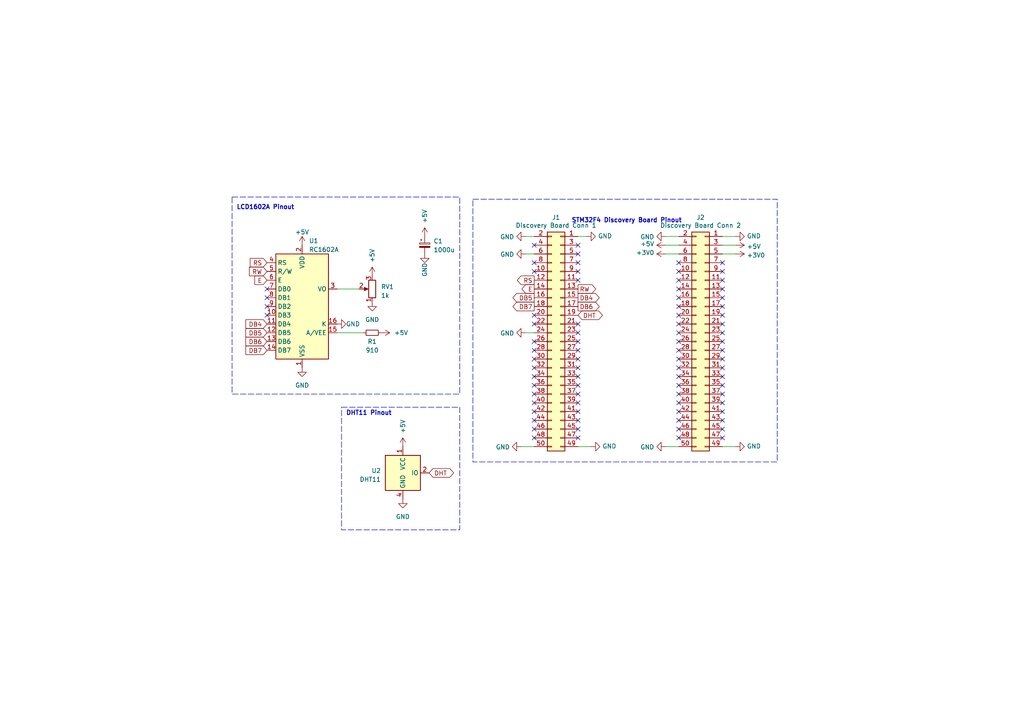
<source format=kicad_sch>
(kicad_sch (version 20230121) (generator eeschema)
  (paper "A4")
  (title_block (title "STM32F4 Temperature & Humidity Sensor Shield") (date "2023-05-30") (rev "1.0") (company "University of Denver") (comment 1 "Toby Werthan"))
  (lib_symbols
    (symbol "Connector_Generic:Conn_02x25_Odd_Even" (pin_names (offset 1.016) hide)
      (property "Reference" "J" (at 1.27 33.02 0))
      (property "Value" "Conn_02x25_Odd_Even" (at 1.27 -33.02 0))
      (symbol "Conn_02x25_Odd_Even_1_1"
        (rectangle (start -1.27 -30.353) (end 0 -30.607) (stroke (width 0.1524)))
        (rectangle (start -1.27 -27.813) (end 0 -28.067) (stroke (width 0.1524)))
        (rectangle (start -1.27 -25.273) (end 0 -25.527) (stroke (width 0.1524)))
        (rectangle (start -1.27 -22.733) (end 0 -22.987) (stroke (width 0.1524)))
        (rectangle (start -1.27 -20.193) (end 0 -20.447) (stroke (width 0.1524)))
        (rectangle (start -1.27 -17.653) (end 0 -17.907) (stroke (width 0.1524)))
        (rectangle (start -1.27 -15.113) (end 0 -15.367) (stroke (width 0.1524)))
        (rectangle (start -1.27 -12.573) (end 0 -12.827) (stroke (width 0.1524)))
        (rectangle (start -1.27 -10.033) (end 0 -10.287) (stroke (width 0.1524)))
        (rectangle (start -1.27 -7.493) (end 0 -7.747) (stroke (width 0.1524)))
        (rectangle (start -1.27 -4.953) (end 0 -5.207) (stroke (width 0.1524)))
        (rectangle (start -1.27 -2.413) (end 0 -2.667) (stroke (width 0.1524)))
        (rectangle (start -1.27 0.127) (end 0 -0.127) (stroke (width 0.1524)))
        (rectangle (start -1.27 2.667) (end 0 2.413) (stroke (width 0.1524)))
        (rectangle (start -1.27 5.207) (end 0 4.953) (stroke (width 0.1524)))
        (rectangle (start -1.27 7.747) (end 0 7.493) (stroke (width 0.1524)))
        (rectangle (start -1.27 10.287) (end 0 10.033) (stroke (width 0.1524)))
        (rectangle (start -1.27 12.827) (end 0 12.573) (stroke (width 0.1524)))
        (rectangle (start -1.27 15.367) (end 0 15.113) (stroke (width 0.1524)))
        (rectangle (start -1.27 17.907) (end 0 17.653) (stroke (width 0.1524)))
        (rectangle (start -1.27 20.447) (end 0 20.193) (stroke (width 0.1524)))
        (rectangle (start -1.27 22.987) (end 0 22.733) (stroke (width 0.1524)))
        (rectangle (start -1.27 25.527) (end 0 25.273) (stroke (width 0.1524)))
        (rectangle (start -1.27 28.067) (end 0 27.813) (stroke (width 0.1524)))
        (rectangle (start -1.27 30.607) (end 0 30.353) (stroke (width 0.1524)))
        (rectangle (start -1.27 31.75) (end 3.81 -31.75) (stroke (width 0.254)) (fill (type background)))
        (rectangle (start 3.81 -30.353) (end 2.54 -30.607) (stroke (width 0.1524)))
        (rectangle (start 3.81 -27.813) (end 2.54 -28.067) (stroke (width 0.1524)))
        (rectangle (start 3.81 -25.273) (end 2.54 -25.527) (stroke (width 0.1524)))
        (rectangle (start 3.81 -22.733) (end 2.54 -22.987) (stroke (width 0.1524)))
        (rectangle (start 3.81 -20.193) (end 2.54 -20.447) (stroke (width 0.1524)))
        (rectangle (start 3.81 -17.653) (end 2.54 -17.907) (stroke (width 0.1524)))
        (rectangle (start 3.81 -15.113) (end 2.54 -15.367) (stroke (width 0.1524)))
        (rectangle (start 3.81 -12.573) (end 2.54 -12.827) (stroke (width 0.1524)))
        (rectangle (start 3.81 -10.033) (end 2.54 -10.287) (stroke (width 0.1524)))
        (rectangle (start 3.81 -7.493) (end 2.54 -7.747) (stroke (width 0.1524)))
        (rectangle (start 3.81 -4.953) (end 2.54 -5.207) (stroke (width 0.1524)))
        (rectangle (start 3.81 -2.413) (end 2.54 -2.667) (stroke (width 0.1524)))
        (rectangle (start 3.81 0.127) (end 2.54 -0.127) (stroke (width 0.1524)))
        (rectangle (start 3.81 2.667) (end 2.54 2.413) (stroke (width 0.1524)))
        (rectangle (start 3.81 5.207) (end 2.54 4.953) (stroke (width 0.1524)))
        (rectangle (start 3.81 7.747) (end 2.54 7.493) (stroke (width 0.1524)))
        (rectangle (start 3.81 10.287) (end 2.54 10.033) (stroke (width 0.1524)))
        (rectangle (start 3.81 12.827) (end 2.54 12.573) (stroke (width 0.1524)))
        (rectangle (start 3.81 15.367) (end 2.54 15.113) (stroke (width 0.1524)))
        (rectangle (start 3.81 17.907) (end 2.54 17.653) (stroke (width 0.1524)))
        (rectangle (start 3.81 20.447) (end 2.54 20.193) (stroke (width 0.1524)))
        (rectangle (start 3.81 22.987) (end 2.54 22.733) (stroke (width 0.1524)))
        (rectangle (start 3.81 25.527) (end 2.54 25.273) (stroke (width 0.1524)))
        (rectangle (start 3.81 28.067) (end 2.54 27.813) (stroke (width 0.1524)))
        (rectangle (start 3.81 30.607) (end 2.54 30.353) (stroke (width 0.1524)))
        (pin passive line (at -5.08 30.48 0) (length 3.81) (name "Pin_1") (number "1"))
        (pin passive line (at 7.62 20.32 180) (length 3.81) (name "Pin_10") (number "10"))
        (pin passive line (at -5.08 17.78 0) (length 3.81) (name "Pin_11") (number "11"))
        (pin passive line (at 7.62 17.78 180) (length 3.81) (name "Pin_12") (number "12"))
        (pin passive line (at -5.08 15.24 0) (length 3.81) (name "Pin_13") (number "13"))
        (pin passive line (at 7.62 15.24 180) (length 3.81) (name "Pin_14") (number "14"))
        (pin passive line (at -5.08 12.7 0) (length 3.81) (name "Pin_15") (number "15"))
        (pin passive line (at 7.62 12.7 180) (length 3.81) (name "Pin_16") (number "16"))
        (pin passive line (at -5.08 10.16 0) (length 3.81) (name "Pin_17") (number "17"))
        (pin passive line (at 7.62 10.16 180) (length 3.81) (name "Pin_18") (number "18"))
        (pin passive line (at -5.08 7.62 0) (length 3.81) (name "Pin_19") (number "19"))
        (pin passive line (at 7.62 30.48 180) (length 3.81) (name "Pin_2") (number "2"))
        (pin passive line (at 7.62 7.62 180) (length 3.81) (name "Pin_20") (number "20"))
        (pin passive line (at -5.08 5.08 0) (length 3.81) (name "Pin_21") (number "21"))
        (pin passive line (at 7.62 5.08 180) (length 3.81) (name "Pin_22") (number "22"))
        (pin passive line (at -5.08 2.54 0) (length 3.81) (name "Pin_23") (number "23"))
        (pin passive line (at 7.62 2.54 180) (length 3.81) (name "Pin_24") (number "24"))
        (pin passive line (at -5.08 0 0) (length 3.81) (name "Pin_25") (number "25"))
        (pin passive line (at 7.62 0 180) (length 3.81) (name "Pin_26") (number "26"))
        (pin passive line (at -5.08 -2.54 0) (length 3.81) (name "Pin_27") (number "27"))
        (pin passive line (at 7.62 -2.54 180) (length 3.81) (name "Pin_28") (number "28"))
        (pin passive line (at -5.08 -5.08 0) (length 3.81) (name "Pin_29") (number "29"))
        (pin passive line (at -5.08 27.94 0) (length 3.81) (name "Pin_3") (number "3"))
        (pin passive line (at 7.62 -5.08 180) (length 3.81) (name "Pin_30") (number "30"))
        (pin passive line (at -5.08 -7.62 0) (length 3.81) (name "Pin_31") (number "31"))
        (pin passive line (at 7.62 -7.62 180) (length 3.81) (name "Pin_32") (number "32"))
        (pin passive line (at -5.08 -10.16 0) (length 3.81) (name "Pin_33") (number "33"))
        (pin passive line (at 7.62 -10.16 180) (length 3.81) (name "Pin_34") (number "34"))
        (pin passive line (at -5.08 -12.7 0) (length 3.81) (name "Pin_35") (number "35"))
        (pin passive line (at 7.62 -12.7 180) (length 3.81) (name "Pin_36") (number "36"))
        (pin passive line (at -5.08 -15.24 0) (length 3.81) (name "Pin_37") (number "37"))
        (pin passive line (at 7.62 -15.24 180) (length 3.81) (name "Pin_38") (number "38"))
        (pin passive line (at -5.08 -17.78 0) (length 3.81) (name "Pin_39") (number "39"))
        (pin passive line (at 7.62 27.94 180) (length 3.81) (name "Pin_4") (number "4"))
        (pin passive line (at 7.62 -17.78 180) (length 3.81) (name "Pin_40") (number "40"))
        (pin passive line (at -5.08 -20.32 0) (length 3.81) (name "Pin_41") (number "41"))
        (pin passive line (at 7.62 -20.32 180) (length 3.81) (name "Pin_42") (number "42"))
        (pin passive line (at -5.08 -22.86 0) (length 3.81) (name "Pin_43") (number "43"))
        (pin passive line (at 7.62 -22.86 180) (length 3.81) (name "Pin_44") (number "44"))
        (pin passive line (at -5.08 -25.4 0) (length 3.81) (name "Pin_45") (number "45"))
        (pin passive line (at 7.62 -25.4 180) (length 3.81) (name "Pin_46") (number "46"))
        (pin passive line (at -5.08 -27.94 0) (length 3.81) (name "Pin_47") (number "47"))
        (pin passive line (at 7.62 -27.94 180) (length 3.81) (name "Pin_48") (number "48"))
        (pin passive line (at -5.08 -30.48 0) (length 3.81) (name "Pin_49") (number "49"))
        (pin passive line (at -5.08 25.4 0) (length 3.81) (name "Pin_5") (number "5"))
        (pin passive line (at 7.62 -30.48 180) (length 3.81) (name "Pin_50") (number "50"))
        (pin passive line (at 7.62 25.4 180) (length 3.81) (name "Pin_6") (number "6"))
        (pin passive line (at -5.08 22.86 0) (length 3.81) (name "Pin_7") (number "7"))
        (pin passive line (at 7.62 22.86 180) (length 3.81) (name "Pin_8") (number "8"))
        (pin passive line (at -5.08 20.32 0) (length 3.81) (name "Pin_9") (number "9"))
      )
    )
    (symbol "Device:C_Polarized_Small" (pin_numbers hide) (pin_names (offset 0.254) hide)
      (property "Reference" "C" (at 0.254 1.778 0))
      (property "Value" "C_Polarized_Small" (at 0.254 -2.032 0))
      (symbol "C_Polarized_Small_0_1"
        (rectangle (start -1.524 -0.3048) (end 1.524 -0.6858) (fill (type outline)))
        (rectangle (start -1.524 0.6858) (end 1.524 0.3048))
        (polyline (pts (xy -1.27 1.524) (xy -0.762 1.524)))
        (polyline (pts (xy -1.016 1.27) (xy -1.016 1.778)))
      )
      (symbol "C_Polarized_Small_1_1"
        (pin passive line (at 0 2.54 270) (length 1.8542) (name "~") (number "1"))
        (pin passive line (at 0 -2.54 90) (length 1.8542) (name "~") (number "2"))
      )
    )
    (symbol "Device:R_Potentiometer" (pin_names (offset 1.016) hide)
      (property "Reference" "RV" (at -4.445 0 90))
      (property "Value" "R_Potentiometer" (at -2.54 0 90))
      (symbol "R_Potentiometer_0_1"
        (polyline (pts (xy 2.54 0) (xy 1.524 0)))
        (polyline (pts (xy 1.143 0) (xy 2.286 0.508) (xy 2.286 -0.508) (xy 1.143 0)) (fill (type outline)))
        (rectangle (start 1.016 2.54) (end -1.016 -2.54) (stroke (width 0.254)))
      )
      (symbol "R_Potentiometer_1_1"
        (pin passive line (at 0 3.81 270) (length 1.27) (name "1") (number "1"))
        (pin passive line (at 3.81 0 180) (length 1.27) (name "2") (number "2"))
        (pin passive line (at 0 -3.81 90) (length 1.27) (name "3") (number "3"))
      )
    )
    (symbol "Device:R_Small" (pin_numbers hide) (pin_names (offset 0.254) hide)
      (property "Reference" "R" (at 0.762 0.508 0))
      (property "Value" "R_Small" (at 0.762 -1.016 0))
      (symbol "R_Small_0_1"
        (rectangle (start -0.762 1.778) (end 0.762 -1.778) (stroke (width 0.2032)))
      )
      (symbol "R_Small_1_1"
        (pin passive line (at 0 2.54 270) (length 0.762) (name "~") (number "1"))
        (pin passive line (at 0 -2.54 90) (length 0.762) (name "~") (number "2"))
      )
    )
    (symbol "Display_Character:RC1602A"
      (property "Reference" "U" (at -6.35 16.51 0))
      (property "Value" "RC1602A" (at 2.794 16.51 0))
      (symbol "RC1602A_0_1"
        (rectangle (start -7.62 15.24) (end 7.62 -15.24) (stroke (width 0.254)) (fill (type background)))
      )
      (symbol "RC1602A_1_1"
        (pin power_in line (at 0 -17.78 90) (length 2.54) (name "VSS") (number "1"))
        (pin bidirectional line (at -10.16 -2.54 0) (length 2.54) (name "DB3") (number "10"))
        (pin bidirectional line (at -10.16 -5.08 0) (length 2.54) (name "DB4") (number "11"))
        (pin bidirectional line (at -10.16 -7.62 0) (length 2.54) (name "DB5") (number "12"))
        (pin bidirectional line (at -10.16 -10.16 0) (length 2.54) (name "DB6") (number "13"))
        (pin bidirectional line (at -10.16 -12.7 0) (length 2.54) (name "DB7") (number "14"))
        (pin power_in line (at 10.16 -7.62 180) (length 2.54) (name "A/VEE") (number "15"))
        (pin power_in line (at 10.16 -5.08 180) (length 2.54) (name "K") (number "16"))
        (pin power_in line (at 0 17.78 270) (length 2.54) (name "VDD") (number "2"))
        (pin power_in line (at 10.16 5.08 180) (length 2.54) (name "VO") (number "3"))
        (pin input line (at -10.16 12.7 0) (length 2.54) (name "RS") (number "4"))
        (pin input line (at -10.16 10.16 0) (length 2.54) (name "R/W") (number "5"))
        (pin input line (at -10.16 7.62 0) (length 2.54) (name "E") (number "6"))
        (pin bidirectional line (at -10.16 5.08 0) (length 2.54) (name "DB0") (number "7"))
        (pin bidirectional line (at -10.16 2.54 0) (length 2.54) (name "DB1") (number "8"))
        (pin bidirectional line (at -10.16 0 0) (length 2.54) (name "DB2") (number "9"))
      )
    )
    (symbol "Sensor:DHT11"
      (property "Reference" "U" (at -3.81 6.35 0))
      (property "Value" "DHT11" (at 3.81 6.35 0))
      (symbol "DHT11_0_1"
        (rectangle (start -5.08 5.08) (end 5.08 -5.08) (stroke (width 0.254)) (fill (type background)))
      )
      (symbol "DHT11_1_1"
        (pin power_in line (at 0 7.62 270) (length 2.54) (name "VCC") (number "1"))
        (pin bidirectional line (at 7.62 0 180) (length 2.54) (name "IO") (number "2"))
        (pin no_connect line (at -5.08 0 0) (length 2.54) hide (name "NC") (number "3"))
        (pin power_in line (at 0 -7.62 90) (length 2.54) (name "GND") (number "4"))
      )
    )
    (symbol "power:+3V0" (power) (pin_names (offset 0))
      (property "Value" "+3V0" (at 0 3.556 0))
      (symbol "+3V0_0_1"
        (polyline (pts (xy -0.762 1.27) (xy 0 2.54)))
        (polyline (pts (xy 0 0) (xy 0 2.54)))
        (polyline (pts (xy 0 2.54) (xy 0.762 1.27)))
      )
      (symbol "+3V0_1_1"
        (pin power_in line (at 0 0 90) (length 0) hide (name "+3V0") (number "1"))
      )
    )
    (symbol "power:+5V" (power) (pin_names (offset 0))
      (property "Value" "+5V" (at 0 3.556 0))
      (symbol "+5V_0_1"
        (polyline (pts (xy -0.762 1.27) (xy 0 2.54)))
        (polyline (pts (xy 0 0) (xy 0 2.54)))
        (polyline (pts (xy 0 2.54) (xy 0.762 1.27)))
      )
      (symbol "+5V_1_1"
        (pin power_in line (at 0 0 90) (length 0) hide (name "+5V") (number "1"))
      )
    )
    (symbol "power:GND" (power) (pin_names (offset 0))
      (property "Value" "GND" (at 0 -3.81 0))
      (symbol "GND_0_1"
        (polyline (pts (xy 0 0) (xy 0 -1.27) (xy 1.27 -1.27) (xy 0 -2.54) (xy -1.27 -1.27) (xy 0 -1.27)))
      )
      (symbol "GND_1_1"
        (pin power_in line (at 0 0 270) (length 0) hide (name "GND") (number "1"))
      )
    )
  )
  (no_connect (at 167.64 99.06))
  (no_connect (at 77.47 86.36))
  (no_connect (at 209.55 114.3))
  (no_connect (at 154.94 111.76))
  (no_connect (at 167.64 71.12))
  (no_connect (at 77.47 88.9))
  (no_connect (at 196.85 76.2))
  (no_connect (at 154.94 93.98))
  (no_connect (at 154.94 78.74))
  (no_connect (at 196.85 119.38))
  (no_connect (at 154.94 121.92))
  (no_connect (at 154.94 71.12))
  (no_connect (at 209.55 78.74))
  (no_connect (at 167.64 109.22))
  (no_connect (at 209.55 121.92))
  (no_connect (at 209.55 81.28))
  (no_connect (at 196.85 88.9))
  (no_connect (at 154.94 101.6))
  (no_connect (at 196.85 93.98))
  (no_connect (at 209.55 91.44))
  (no_connect (at 167.64 119.38))
  (no_connect (at 154.94 104.14))
  (no_connect (at 209.55 119.38))
  (no_connect (at 154.94 99.06))
  (no_connect (at 167.64 93.98))
  (no_connect (at 77.47 91.44))
  (no_connect (at 154.94 127))
  (no_connect (at 167.64 121.92))
  (no_connect (at 209.55 109.22))
  (no_connect (at 196.85 114.3))
  (no_connect (at 209.55 99.06))
  (no_connect (at 167.64 114.3))
  (no_connect (at 209.55 83.82))
  (no_connect (at 167.64 124.46))
  (no_connect (at 196.85 91.44))
  (no_connect (at 196.85 109.22))
  (no_connect (at 196.85 81.28))
  (no_connect (at 196.85 104.14))
  (no_connect (at 167.64 73.66))
  (no_connect (at 196.85 86.36))
  (no_connect (at 209.55 104.14))
  (no_connect (at 196.85 124.46))
  (no_connect (at 196.85 78.74))
  (no_connect (at 167.64 101.6))
  (no_connect (at 154.94 109.22))
  (no_connect (at 209.55 96.52))
  (no_connect (at 167.64 127))
  (no_connect (at 167.64 78.74))
  (no_connect (at 196.85 99.06))
  (no_connect (at 196.85 111.76))
  (no_connect (at 209.55 127))
  (no_connect (at 167.64 96.52))
  (no_connect (at 209.55 116.84))
  (no_connect (at 154.94 76.2))
  (no_connect (at 196.85 121.92))
  (no_connect (at 77.47 83.82))
  (no_connect (at 196.85 101.6))
  (no_connect (at 209.55 86.36))
  (no_connect (at 209.55 88.9))
  (no_connect (at 209.55 106.68))
  (no_connect (at 154.94 116.84))
  (no_connect (at 209.55 111.76))
  (no_connect (at 154.94 91.44))
  (no_connect (at 154.94 114.3))
  (no_connect (at 167.64 111.76))
  (no_connect (at 154.94 106.68))
  (no_connect (at 209.55 124.46))
  (no_connect (at 196.85 127))
  (no_connect (at 209.55 76.2))
  (no_connect (at 196.85 83.82))
  (no_connect (at 196.85 116.84))
  (no_connect (at 196.85 106.68))
  (no_connect (at 167.64 106.68))
  (no_connect (at 209.55 93.98))
  (no_connect (at 154.94 124.46))
  (no_connect (at 154.94 119.38))
  (no_connect (at 167.64 116.84))
  (no_connect (at 167.64 104.14))
  (no_connect (at 167.64 76.2))
  (no_connect (at 209.55 101.6))
  (no_connect (at 167.64 81.28))
  (no_connect (at 196.85 96.52))
  (wire (pts (xy 97.79 96.52) (xy 105.41 96.52)))
  (wire (pts (xy 152.4 73.66) (xy 154.94 73.66)))
  (wire (pts (xy 152.4 68.58) (xy 154.94 68.58)))
  (wire (pts (xy 209.55 68.58) (xy 213.36 68.58)))
  (wire (pts (xy 209.55 129.54) (xy 213.36 129.54)))
  (wire (pts (xy 171.45 129.54) (xy 167.64 129.54)))
  (wire (pts (xy 97.79 83.82) (xy 104.14 83.82)))
  (wire (pts (xy 209.55 73.66) (xy 213.36 73.66)))
  (wire (pts (xy 170.18 68.58) (xy 167.64 68.58)))
  (wire (pts (xy 193.04 71.12) (xy 196.85 71.12)))
  (wire (pts (xy 193.04 129.54) (xy 196.85 129.54)))
  (wire (pts (xy 152.4 96.52) (xy 154.94 96.52)))
  (wire (pts (xy 209.55 71.12) (xy 213.36 71.12)))
  (wire (pts (xy 193.04 73.66) (xy 196.85 73.66)))
  (wire (pts (xy 151.13 129.54) (xy 154.94 129.54)))
  (wire (pts (xy 193.04 68.58) (xy 196.85 68.58)))
  (rectangle (start 67.31 57.15) (end 133.35 114.3) (stroke (width 0) (type dash)))
  (rectangle (start 99.06 118.11) (end 133.35 153.67) (stroke (width 0) (type dash)))
  (rectangle (start 137.16 57.785) (end 225.425 133.985) (stroke (width 0) (type dash)))
  (text "STM32F4 Discovery Board Pinout" (at 165.735 64.77 0) (effects (font (size 1.27 1.27) (thickness 0.254) bold) (justify left bottom)))
  (text "DHT11 Pinout\n" (at 100.33 120.65 0) (effects (font (size 1.27 1.27) (thickness 0.254) bold) (justify left bottom)))
  (text "LCD1602A Pinout\n" (at 68.58 60.96 0) (effects (font (size 1.27 1.27) (thickness 0.254) bold) (justify left bottom)))
  (global_label "DB5" (shape input) (at 77.47 96.52 180) (property "Intersheetrefs" "${INTERSHEET_REFS}" (effects hide)))
  (global_label "E" (shape output) (at 154.94 83.82 180) (property "Intersheetrefs" "${INTERSHEET_REFS}" (effects hide)))
  (global_label "RW" (shape output) (at 167.64 83.82 0) (property "Intersheetrefs" "${INTERSHEET_REFS}" (effects hide)))
  (global_label "E" (shape input) (at 77.47 81.28 180) (property "Intersheetrefs" "${INTERSHEET_REFS}" (effects hide)))
  (global_label "RW" (shape input) (at 77.47 78.74 180) (property "Intersheetrefs" "${INTERSHEET_REFS}" (effects hide)))
  (global_label "DB6" (shape input) (at 77.47 99.06 180) (property "Intersheetrefs" "${INTERSHEET_REFS}" (effects hide)))
  (global_label "DB7" (shape input) (at 77.47 101.6 180) (property "Intersheetrefs" "${INTERSHEET_REFS}" (effects hide)))
  (global_label "RS" (shape output) (at 154.94 81.28 180) (property "Intersheetrefs" "${INTERSHEET_REFS}" (effects hide)))
  (global_label "DB4" (shape input) (at 77.47 93.98 180) (property "Intersheetrefs" "${INTERSHEET_REFS}" (effects hide)))
  (global_label "DB4" (shape output) (at 167.64 86.36 0) (property "Intersheetrefs" "${INTERSHEET_REFS}" (effects hide)))
  (global_label "DHT" (shape bidirectional) (at 167.64 91.44 0) (property "Intersheetrefs" "${INTERSHEET_REFS}" (effects hide)))
  (global_label "RS" (shape input) (at 77.47 76.2 180) (property "Intersheetrefs" "${INTERSHEET_REFS}" (effects hide)))
  (global_label "DB6" (shape output) (at 167.64 88.9 0) (property "Intersheetrefs" "${INTERSHEET_REFS}" (effects hide)))
  (global_label "DHT" (shape bidirectional) (at 124.46 137.16 0) (property "Intersheetrefs" "${INTERSHEET_REFS}" (effects hide)))
  (global_label "DB7" (shape output) (at 154.94 88.9 180) (property "Intersheetrefs" "${INTERSHEET_REFS}" (effects hide)))
  (global_label "DB5" (shape output) (at 154.94 86.36 180) (property "Intersheetrefs" "${INTERSHEET_REFS}" (effects hide)))
  (symbol (lib_id "Sensor:DHT11") (at 116.84 137.16 0) (unit 1)
    (property "Reference" "U2" (at 110.49 136.525 0) (effects (justify right)))
    (property "Value" "DHT11" (at 110.49 139.065 0) (effects (justify right)))
    (property "Footprint" "Connector_PinSocket_2.54mm:PinSocket_1x03_P2.54mm_Vertical_SMD_Pin1Right" (effects hide))
    (property "Datasheet" "http://akizukidenshi.com/download/ds/aosong/DHT11.pdf" (effects hide))
  )
  (symbol (lib_id "power:GND") (at 123.19 73.66 0) (unit 1)
    (property "Reference" "#PWR024" (effects hide))
    (property "Value" "GND" (at 123.19 76.2 90) (effects (justify right)))
  )
  (symbol (lib_id "power:+5V") (at 213.36 71.12 270) (unit 1)
    (property "Reference" "#PWR011" (effects hide))
    (property "Value" "+5V" (at 216.6112 71.501 90) (effects (justify left)))
  )
  (symbol (lib_id "Display_Character:RC1602A") (at 87.63 88.9 0) (unit 1)
    (property "Reference" "U1" (at 89.5859 69.85 0) (effects (justify left)))
    (property "Value" "RC1602A" (at 89.5859 72.39 0) (effects (justify left)))
    (property "Footprint" "Connector_PinSocket_2.54mm:PinSocket_1x16_P2.54mm_Vertical_SMD_Pin1Right" (effects hide))
    (property "Datasheet" "http://www.raystar-optronics.com/down.php?ProID=18" (effects hide))
  )
  (symbol (lib_id "power:GND") (at 152.4 96.52 270) (unit 1)
    (property "Reference" "#PWR021" (effects hide))
    (property "Value" "GND" (at 149.1488 96.647 90) (effects (justify right)))
  )
  (symbol (lib_id "power:GND") (at 97.79 93.98 90) (unit 1)
    (property "Reference" "#PWR017" (effects hide))
    (property "Value" "GND" (at 100.33 93.98 90) (effects (justify right)))
  )
  (symbol (lib_id "power:+5V") (at 123.19 68.58 0) (unit 1)
    (property "Reference" "#PWR023" (effects hide))
    (property "Value" "+5V" (at 123.19 64.77 90) (effects (justify left)))
  )
  (symbol (lib_id "power:+5V") (at 116.84 129.54 0) (unit 1)
    (property "Reference" "#PWR020" (effects hide))
    (property "Value" "+5V" (at 116.84 125.73 90) (effects (justify left)))
  )
  (symbol (lib_id "power:+5V") (at 107.95 80.01 0) (unit 1)
    (property "Reference" "#PWR018" (effects hide))
    (property "Value" "+5V" (at 107.95 76.2 90) (effects (justify left)))
  )
  (symbol (lib_id "Connector_Generic:Conn_02x25_Odd_Even") (at 162.56 99.06 0) (mirror y) (unit 1)
    (property "Reference" "J1" (at 161.29 63.0682 0))
    (property "Value" "Discovery Board Conn 1" (at 161.29 65.3796 0))
    (property "Footprint" "Connector_PinSocket_2.54mm:PinSocket_2x25_P2.54mm_Vertical" (effects hide))
  )
  (symbol (lib_id "power:+5V") (at 87.63 71.12 0) (unit 1)
    (property "Reference" "#PWR014" (effects hide))
    (property "Value" "+5V" (at 87.63 67.31 0))
  )
  (symbol (lib_id "power:GND") (at 116.84 144.78 0) (unit 1)
    (property "Reference" "#PWR022" (effects hide))
    (property "Value" "GND" (at 116.84 149.86 0))
  )
  (symbol (lib_id "power:GND") (at 213.36 68.58 90) (unit 1)
    (property "Reference" "#PWR010" (effects hide))
    (property "Value" "GND" (at 216.6112 68.453 90) (effects (justify right)))
  )
  (symbol (lib_id "power:GND") (at 87.63 106.68 0) (unit 1)
    (property "Reference" "#PWR015" (effects hide))
    (property "Value" "GND" (at 87.63 111.76 0))
  )
  (symbol (lib_id "power:GND") (at 193.04 68.58 270) (unit 1)
    (property "Reference" "#PWR06" (effects hide))
    (property "Value" "GND" (at 189.7888 68.707 90) (effects (justify right)))
  )
  (symbol (lib_id "power:GND") (at 152.4 73.66 270) (unit 1)
    (property "Reference" "#PWR03" (effects hide))
    (property "Value" "GND" (at 149.1488 73.787 90) (effects (justify right)))
  )
  (symbol (lib_id "power:GND") (at 107.95 87.63 0) (unit 1)
    (property "Reference" "#PWR019" (effects hide))
    (property "Value" "GND" (at 107.95 92.71 0))
  )
  (symbol (lib_id "power:GND") (at 170.18 68.58 90) (unit 1)
    (property "Reference" "#PWR04" (effects hide))
    (property "Value" "GND" (at 173.4312 68.453 90) (effects (justify right)))
  )
  (symbol (lib_id "power:GND") (at 171.45 129.54 90) (unit 1)
    (property "Reference" "#PWR05" (effects hide))
    (property "Value" "GND" (at 174.7012 129.413 90) (effects (justify right)))
  )
  (symbol (lib_id "power:GND") (at 151.13 129.54 270) (unit 1)
    (property "Reference" "#PWR01" (effects hide))
    (property "Value" "GND" (at 147.8788 129.667 90) (effects (justify right)))
  )
  (symbol (lib_id "power:+5V") (at 193.04 71.12 90) (unit 1)
    (property "Reference" "#PWR07" (effects hide))
    (property "Value" "+5V" (at 189.7888 70.739 90) (effects (justify left)))
  )
  (symbol (lib_id "Device:C_Polarized_Small") (at 123.19 71.12 0) (unit 1)
    (property "Reference" "C1" (at 125.73 69.9389 0) (effects (justify left)))
    (property "Value" "1000u" (at 125.73 72.4789 0) (effects (justify left)))
    (property "Footprint" "Capacitor_SMD:C_0603_1608Metric" (effects hide))
  )
  (symbol (lib_id "Device:R_Potentiometer") (at 107.95 83.82 180) (unit 1)
    (property "Reference" "RV1" (at 110.49 83.185 0) (effects (justify right)))
    (property "Value" "1k" (at 110.49 85.725 0) (effects (justify right)))
    (property "Footprint" "Connector_PinSocket_2.54mm:PinSocket_1x05_P2.54mm_Vertical_SMD_Pin1Right" (effects hide))
  )
  (symbol (lib_id "power:GND") (at 152.4 68.58 270) (unit 1)
    (property "Reference" "#PWR02" (effects hide))
    (property "Value" "GND" (at 149.1488 68.707 90) (effects (justify right)))
  )
  (symbol (lib_id "power:+3V0") (at 193.04 73.66 90) (unit 1)
    (property "Reference" "#PWR08" (effects hide))
    (property "Value" "+3V0" (at 189.7888 73.279 90) (effects (justify left)))
  )
  (symbol (lib_id "power:GND") (at 193.04 129.54 270) (unit 1)
    (property "Reference" "#PWR09" (effects hide))
    (property "Value" "GND" (at 189.7888 129.667 90) (effects (justify right)))
  )
  (symbol (lib_id "power:GND") (at 213.36 129.54 90) (unit 1)
    (property "Reference" "#PWR013" (effects hide))
    (property "Value" "GND" (at 216.6112 129.413 90) (effects (justify right)))
  )
  (symbol (lib_id "power:+5V") (at 110.49 96.52 270) (unit 1)
    (property "Reference" "#PWR016" (effects hide))
    (property "Value" "+5V" (at 114.3 96.52 90) (effects (justify left)))
  )
  (symbol (lib_id "Device:R_Small") (at 107.95 96.52 90) (unit 1)
    (property "Reference" "R1" (at 107.95 99.06 90))
    (property "Value" "910" (at 107.95 101.6 90))
    (property "Footprint" "Resistor_SMD:R_0603_1608Metric" (effects hide))
  )
  (symbol (lib_id "Connector_Generic:Conn_02x25_Odd_Even") (at 204.47 99.06 0) (mirror y) (unit 1)
    (property "Reference" "J2" (at 203.2 63.0682 0))
    (property "Value" "Discovery Board Conn 2" (at 203.2 65.3796 0))
    (property "Footprint" "Connector_PinSocket_2.54mm:PinSocket_2x25_P2.54mm_Vertical" (effects hide))
  )
  (symbol (lib_id "power:+3V0") (at 213.36 73.66 270) (unit 1)
    (property "Reference" "#PWR012" (effects hide))
    (property "Value" "+3V0" (at 216.6112 74.041 90) (effects (justify left)))
  )
)
</source>
